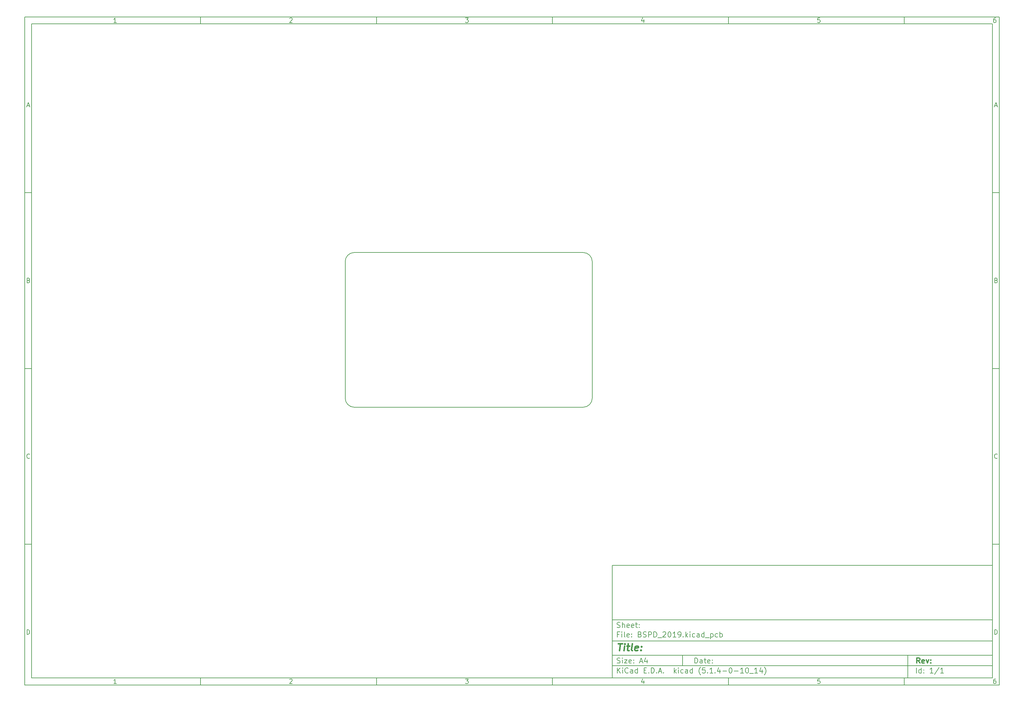
<source format=gbr>
G04 #@! TF.GenerationSoftware,KiCad,Pcbnew,(5.1.4-0-10_14)*
G04 #@! TF.CreationDate,2019-11-07T13:02:38-08:00*
G04 #@! TF.ProjectId,BSPD_2019,42535044-5f32-4303-9139-2e6b69636164,rev?*
G04 #@! TF.SameCoordinates,Original*
G04 #@! TF.FileFunction,Profile,NP*
%FSLAX46Y46*%
G04 Gerber Fmt 4.6, Leading zero omitted, Abs format (unit mm)*
G04 Created by KiCad (PCBNEW (5.1.4-0-10_14)) date 2019-11-07 13:02:38*
%MOMM*%
%LPD*%
G04 APERTURE LIST*
%ADD10C,0.100000*%
%ADD11C,0.150000*%
%ADD12C,0.300000*%
%ADD13C,0.400000*%
G04 APERTURE END LIST*
D10*
D11*
X177002200Y-166007200D02*
X177002200Y-198007200D01*
X285002200Y-198007200D01*
X285002200Y-166007200D01*
X177002200Y-166007200D01*
D10*
D11*
X10000000Y-10000000D02*
X10000000Y-200007200D01*
X287002200Y-200007200D01*
X287002200Y-10000000D01*
X10000000Y-10000000D01*
D10*
D11*
X12000000Y-12000000D02*
X12000000Y-198007200D01*
X285002200Y-198007200D01*
X285002200Y-12000000D01*
X12000000Y-12000000D01*
D10*
D11*
X60000000Y-12000000D02*
X60000000Y-10000000D01*
D10*
D11*
X110000000Y-12000000D02*
X110000000Y-10000000D01*
D10*
D11*
X160000000Y-12000000D02*
X160000000Y-10000000D01*
D10*
D11*
X210000000Y-12000000D02*
X210000000Y-10000000D01*
D10*
D11*
X260000000Y-12000000D02*
X260000000Y-10000000D01*
D10*
D11*
X36065476Y-11588095D02*
X35322619Y-11588095D01*
X35694047Y-11588095D02*
X35694047Y-10288095D01*
X35570238Y-10473809D01*
X35446428Y-10597619D01*
X35322619Y-10659523D01*
D10*
D11*
X85322619Y-10411904D02*
X85384523Y-10350000D01*
X85508333Y-10288095D01*
X85817857Y-10288095D01*
X85941666Y-10350000D01*
X86003571Y-10411904D01*
X86065476Y-10535714D01*
X86065476Y-10659523D01*
X86003571Y-10845238D01*
X85260714Y-11588095D01*
X86065476Y-11588095D01*
D10*
D11*
X135260714Y-10288095D02*
X136065476Y-10288095D01*
X135632142Y-10783333D01*
X135817857Y-10783333D01*
X135941666Y-10845238D01*
X136003571Y-10907142D01*
X136065476Y-11030952D01*
X136065476Y-11340476D01*
X136003571Y-11464285D01*
X135941666Y-11526190D01*
X135817857Y-11588095D01*
X135446428Y-11588095D01*
X135322619Y-11526190D01*
X135260714Y-11464285D01*
D10*
D11*
X185941666Y-10721428D02*
X185941666Y-11588095D01*
X185632142Y-10226190D02*
X185322619Y-11154761D01*
X186127380Y-11154761D01*
D10*
D11*
X236003571Y-10288095D02*
X235384523Y-10288095D01*
X235322619Y-10907142D01*
X235384523Y-10845238D01*
X235508333Y-10783333D01*
X235817857Y-10783333D01*
X235941666Y-10845238D01*
X236003571Y-10907142D01*
X236065476Y-11030952D01*
X236065476Y-11340476D01*
X236003571Y-11464285D01*
X235941666Y-11526190D01*
X235817857Y-11588095D01*
X235508333Y-11588095D01*
X235384523Y-11526190D01*
X235322619Y-11464285D01*
D10*
D11*
X285941666Y-10288095D02*
X285694047Y-10288095D01*
X285570238Y-10350000D01*
X285508333Y-10411904D01*
X285384523Y-10597619D01*
X285322619Y-10845238D01*
X285322619Y-11340476D01*
X285384523Y-11464285D01*
X285446428Y-11526190D01*
X285570238Y-11588095D01*
X285817857Y-11588095D01*
X285941666Y-11526190D01*
X286003571Y-11464285D01*
X286065476Y-11340476D01*
X286065476Y-11030952D01*
X286003571Y-10907142D01*
X285941666Y-10845238D01*
X285817857Y-10783333D01*
X285570238Y-10783333D01*
X285446428Y-10845238D01*
X285384523Y-10907142D01*
X285322619Y-11030952D01*
D10*
D11*
X60000000Y-198007200D02*
X60000000Y-200007200D01*
D10*
D11*
X110000000Y-198007200D02*
X110000000Y-200007200D01*
D10*
D11*
X160000000Y-198007200D02*
X160000000Y-200007200D01*
D10*
D11*
X210000000Y-198007200D02*
X210000000Y-200007200D01*
D10*
D11*
X260000000Y-198007200D02*
X260000000Y-200007200D01*
D10*
D11*
X36065476Y-199595295D02*
X35322619Y-199595295D01*
X35694047Y-199595295D02*
X35694047Y-198295295D01*
X35570238Y-198481009D01*
X35446428Y-198604819D01*
X35322619Y-198666723D01*
D10*
D11*
X85322619Y-198419104D02*
X85384523Y-198357200D01*
X85508333Y-198295295D01*
X85817857Y-198295295D01*
X85941666Y-198357200D01*
X86003571Y-198419104D01*
X86065476Y-198542914D01*
X86065476Y-198666723D01*
X86003571Y-198852438D01*
X85260714Y-199595295D01*
X86065476Y-199595295D01*
D10*
D11*
X135260714Y-198295295D02*
X136065476Y-198295295D01*
X135632142Y-198790533D01*
X135817857Y-198790533D01*
X135941666Y-198852438D01*
X136003571Y-198914342D01*
X136065476Y-199038152D01*
X136065476Y-199347676D01*
X136003571Y-199471485D01*
X135941666Y-199533390D01*
X135817857Y-199595295D01*
X135446428Y-199595295D01*
X135322619Y-199533390D01*
X135260714Y-199471485D01*
D10*
D11*
X185941666Y-198728628D02*
X185941666Y-199595295D01*
X185632142Y-198233390D02*
X185322619Y-199161961D01*
X186127380Y-199161961D01*
D10*
D11*
X236003571Y-198295295D02*
X235384523Y-198295295D01*
X235322619Y-198914342D01*
X235384523Y-198852438D01*
X235508333Y-198790533D01*
X235817857Y-198790533D01*
X235941666Y-198852438D01*
X236003571Y-198914342D01*
X236065476Y-199038152D01*
X236065476Y-199347676D01*
X236003571Y-199471485D01*
X235941666Y-199533390D01*
X235817857Y-199595295D01*
X235508333Y-199595295D01*
X235384523Y-199533390D01*
X235322619Y-199471485D01*
D10*
D11*
X285941666Y-198295295D02*
X285694047Y-198295295D01*
X285570238Y-198357200D01*
X285508333Y-198419104D01*
X285384523Y-198604819D01*
X285322619Y-198852438D01*
X285322619Y-199347676D01*
X285384523Y-199471485D01*
X285446428Y-199533390D01*
X285570238Y-199595295D01*
X285817857Y-199595295D01*
X285941666Y-199533390D01*
X286003571Y-199471485D01*
X286065476Y-199347676D01*
X286065476Y-199038152D01*
X286003571Y-198914342D01*
X285941666Y-198852438D01*
X285817857Y-198790533D01*
X285570238Y-198790533D01*
X285446428Y-198852438D01*
X285384523Y-198914342D01*
X285322619Y-199038152D01*
D10*
D11*
X10000000Y-60000000D02*
X12000000Y-60000000D01*
D10*
D11*
X10000000Y-110000000D02*
X12000000Y-110000000D01*
D10*
D11*
X10000000Y-160000000D02*
X12000000Y-160000000D01*
D10*
D11*
X10690476Y-35216666D02*
X11309523Y-35216666D01*
X10566666Y-35588095D02*
X11000000Y-34288095D01*
X11433333Y-35588095D01*
D10*
D11*
X11092857Y-84907142D02*
X11278571Y-84969047D01*
X11340476Y-85030952D01*
X11402380Y-85154761D01*
X11402380Y-85340476D01*
X11340476Y-85464285D01*
X11278571Y-85526190D01*
X11154761Y-85588095D01*
X10659523Y-85588095D01*
X10659523Y-84288095D01*
X11092857Y-84288095D01*
X11216666Y-84350000D01*
X11278571Y-84411904D01*
X11340476Y-84535714D01*
X11340476Y-84659523D01*
X11278571Y-84783333D01*
X11216666Y-84845238D01*
X11092857Y-84907142D01*
X10659523Y-84907142D01*
D10*
D11*
X11402380Y-135464285D02*
X11340476Y-135526190D01*
X11154761Y-135588095D01*
X11030952Y-135588095D01*
X10845238Y-135526190D01*
X10721428Y-135402380D01*
X10659523Y-135278571D01*
X10597619Y-135030952D01*
X10597619Y-134845238D01*
X10659523Y-134597619D01*
X10721428Y-134473809D01*
X10845238Y-134350000D01*
X11030952Y-134288095D01*
X11154761Y-134288095D01*
X11340476Y-134350000D01*
X11402380Y-134411904D01*
D10*
D11*
X10659523Y-185588095D02*
X10659523Y-184288095D01*
X10969047Y-184288095D01*
X11154761Y-184350000D01*
X11278571Y-184473809D01*
X11340476Y-184597619D01*
X11402380Y-184845238D01*
X11402380Y-185030952D01*
X11340476Y-185278571D01*
X11278571Y-185402380D01*
X11154761Y-185526190D01*
X10969047Y-185588095D01*
X10659523Y-185588095D01*
D10*
D11*
X287002200Y-60000000D02*
X285002200Y-60000000D01*
D10*
D11*
X287002200Y-110000000D02*
X285002200Y-110000000D01*
D10*
D11*
X287002200Y-160000000D02*
X285002200Y-160000000D01*
D10*
D11*
X285692676Y-35216666D02*
X286311723Y-35216666D01*
X285568866Y-35588095D02*
X286002200Y-34288095D01*
X286435533Y-35588095D01*
D10*
D11*
X286095057Y-84907142D02*
X286280771Y-84969047D01*
X286342676Y-85030952D01*
X286404580Y-85154761D01*
X286404580Y-85340476D01*
X286342676Y-85464285D01*
X286280771Y-85526190D01*
X286156961Y-85588095D01*
X285661723Y-85588095D01*
X285661723Y-84288095D01*
X286095057Y-84288095D01*
X286218866Y-84350000D01*
X286280771Y-84411904D01*
X286342676Y-84535714D01*
X286342676Y-84659523D01*
X286280771Y-84783333D01*
X286218866Y-84845238D01*
X286095057Y-84907142D01*
X285661723Y-84907142D01*
D10*
D11*
X286404580Y-135464285D02*
X286342676Y-135526190D01*
X286156961Y-135588095D01*
X286033152Y-135588095D01*
X285847438Y-135526190D01*
X285723628Y-135402380D01*
X285661723Y-135278571D01*
X285599819Y-135030952D01*
X285599819Y-134845238D01*
X285661723Y-134597619D01*
X285723628Y-134473809D01*
X285847438Y-134350000D01*
X286033152Y-134288095D01*
X286156961Y-134288095D01*
X286342676Y-134350000D01*
X286404580Y-134411904D01*
D10*
D11*
X285661723Y-185588095D02*
X285661723Y-184288095D01*
X285971247Y-184288095D01*
X286156961Y-184350000D01*
X286280771Y-184473809D01*
X286342676Y-184597619D01*
X286404580Y-184845238D01*
X286404580Y-185030952D01*
X286342676Y-185278571D01*
X286280771Y-185402380D01*
X286156961Y-185526190D01*
X285971247Y-185588095D01*
X285661723Y-185588095D01*
D10*
D11*
X200434342Y-193785771D02*
X200434342Y-192285771D01*
X200791485Y-192285771D01*
X201005771Y-192357200D01*
X201148628Y-192500057D01*
X201220057Y-192642914D01*
X201291485Y-192928628D01*
X201291485Y-193142914D01*
X201220057Y-193428628D01*
X201148628Y-193571485D01*
X201005771Y-193714342D01*
X200791485Y-193785771D01*
X200434342Y-193785771D01*
X202577200Y-193785771D02*
X202577200Y-193000057D01*
X202505771Y-192857200D01*
X202362914Y-192785771D01*
X202077200Y-192785771D01*
X201934342Y-192857200D01*
X202577200Y-193714342D02*
X202434342Y-193785771D01*
X202077200Y-193785771D01*
X201934342Y-193714342D01*
X201862914Y-193571485D01*
X201862914Y-193428628D01*
X201934342Y-193285771D01*
X202077200Y-193214342D01*
X202434342Y-193214342D01*
X202577200Y-193142914D01*
X203077200Y-192785771D02*
X203648628Y-192785771D01*
X203291485Y-192285771D02*
X203291485Y-193571485D01*
X203362914Y-193714342D01*
X203505771Y-193785771D01*
X203648628Y-193785771D01*
X204720057Y-193714342D02*
X204577200Y-193785771D01*
X204291485Y-193785771D01*
X204148628Y-193714342D01*
X204077200Y-193571485D01*
X204077200Y-193000057D01*
X204148628Y-192857200D01*
X204291485Y-192785771D01*
X204577200Y-192785771D01*
X204720057Y-192857200D01*
X204791485Y-193000057D01*
X204791485Y-193142914D01*
X204077200Y-193285771D01*
X205434342Y-193642914D02*
X205505771Y-193714342D01*
X205434342Y-193785771D01*
X205362914Y-193714342D01*
X205434342Y-193642914D01*
X205434342Y-193785771D01*
X205434342Y-192857200D02*
X205505771Y-192928628D01*
X205434342Y-193000057D01*
X205362914Y-192928628D01*
X205434342Y-192857200D01*
X205434342Y-193000057D01*
D10*
D11*
X177002200Y-194507200D02*
X285002200Y-194507200D01*
D10*
D11*
X178434342Y-196585771D02*
X178434342Y-195085771D01*
X179291485Y-196585771D02*
X178648628Y-195728628D01*
X179291485Y-195085771D02*
X178434342Y-195942914D01*
X179934342Y-196585771D02*
X179934342Y-195585771D01*
X179934342Y-195085771D02*
X179862914Y-195157200D01*
X179934342Y-195228628D01*
X180005771Y-195157200D01*
X179934342Y-195085771D01*
X179934342Y-195228628D01*
X181505771Y-196442914D02*
X181434342Y-196514342D01*
X181220057Y-196585771D01*
X181077200Y-196585771D01*
X180862914Y-196514342D01*
X180720057Y-196371485D01*
X180648628Y-196228628D01*
X180577200Y-195942914D01*
X180577200Y-195728628D01*
X180648628Y-195442914D01*
X180720057Y-195300057D01*
X180862914Y-195157200D01*
X181077200Y-195085771D01*
X181220057Y-195085771D01*
X181434342Y-195157200D01*
X181505771Y-195228628D01*
X182791485Y-196585771D02*
X182791485Y-195800057D01*
X182720057Y-195657200D01*
X182577200Y-195585771D01*
X182291485Y-195585771D01*
X182148628Y-195657200D01*
X182791485Y-196514342D02*
X182648628Y-196585771D01*
X182291485Y-196585771D01*
X182148628Y-196514342D01*
X182077200Y-196371485D01*
X182077200Y-196228628D01*
X182148628Y-196085771D01*
X182291485Y-196014342D01*
X182648628Y-196014342D01*
X182791485Y-195942914D01*
X184148628Y-196585771D02*
X184148628Y-195085771D01*
X184148628Y-196514342D02*
X184005771Y-196585771D01*
X183720057Y-196585771D01*
X183577200Y-196514342D01*
X183505771Y-196442914D01*
X183434342Y-196300057D01*
X183434342Y-195871485D01*
X183505771Y-195728628D01*
X183577200Y-195657200D01*
X183720057Y-195585771D01*
X184005771Y-195585771D01*
X184148628Y-195657200D01*
X186005771Y-195800057D02*
X186505771Y-195800057D01*
X186720057Y-196585771D02*
X186005771Y-196585771D01*
X186005771Y-195085771D01*
X186720057Y-195085771D01*
X187362914Y-196442914D02*
X187434342Y-196514342D01*
X187362914Y-196585771D01*
X187291485Y-196514342D01*
X187362914Y-196442914D01*
X187362914Y-196585771D01*
X188077200Y-196585771D02*
X188077200Y-195085771D01*
X188434342Y-195085771D01*
X188648628Y-195157200D01*
X188791485Y-195300057D01*
X188862914Y-195442914D01*
X188934342Y-195728628D01*
X188934342Y-195942914D01*
X188862914Y-196228628D01*
X188791485Y-196371485D01*
X188648628Y-196514342D01*
X188434342Y-196585771D01*
X188077200Y-196585771D01*
X189577200Y-196442914D02*
X189648628Y-196514342D01*
X189577200Y-196585771D01*
X189505771Y-196514342D01*
X189577200Y-196442914D01*
X189577200Y-196585771D01*
X190220057Y-196157200D02*
X190934342Y-196157200D01*
X190077200Y-196585771D02*
X190577200Y-195085771D01*
X191077200Y-196585771D01*
X191577200Y-196442914D02*
X191648628Y-196514342D01*
X191577200Y-196585771D01*
X191505771Y-196514342D01*
X191577200Y-196442914D01*
X191577200Y-196585771D01*
X194577200Y-196585771D02*
X194577200Y-195085771D01*
X194720057Y-196014342D02*
X195148628Y-196585771D01*
X195148628Y-195585771D02*
X194577200Y-196157200D01*
X195791485Y-196585771D02*
X195791485Y-195585771D01*
X195791485Y-195085771D02*
X195720057Y-195157200D01*
X195791485Y-195228628D01*
X195862914Y-195157200D01*
X195791485Y-195085771D01*
X195791485Y-195228628D01*
X197148628Y-196514342D02*
X197005771Y-196585771D01*
X196720057Y-196585771D01*
X196577200Y-196514342D01*
X196505771Y-196442914D01*
X196434342Y-196300057D01*
X196434342Y-195871485D01*
X196505771Y-195728628D01*
X196577200Y-195657200D01*
X196720057Y-195585771D01*
X197005771Y-195585771D01*
X197148628Y-195657200D01*
X198434342Y-196585771D02*
X198434342Y-195800057D01*
X198362914Y-195657200D01*
X198220057Y-195585771D01*
X197934342Y-195585771D01*
X197791485Y-195657200D01*
X198434342Y-196514342D02*
X198291485Y-196585771D01*
X197934342Y-196585771D01*
X197791485Y-196514342D01*
X197720057Y-196371485D01*
X197720057Y-196228628D01*
X197791485Y-196085771D01*
X197934342Y-196014342D01*
X198291485Y-196014342D01*
X198434342Y-195942914D01*
X199791485Y-196585771D02*
X199791485Y-195085771D01*
X199791485Y-196514342D02*
X199648628Y-196585771D01*
X199362914Y-196585771D01*
X199220057Y-196514342D01*
X199148628Y-196442914D01*
X199077200Y-196300057D01*
X199077200Y-195871485D01*
X199148628Y-195728628D01*
X199220057Y-195657200D01*
X199362914Y-195585771D01*
X199648628Y-195585771D01*
X199791485Y-195657200D01*
X202077200Y-197157200D02*
X202005771Y-197085771D01*
X201862914Y-196871485D01*
X201791485Y-196728628D01*
X201720057Y-196514342D01*
X201648628Y-196157200D01*
X201648628Y-195871485D01*
X201720057Y-195514342D01*
X201791485Y-195300057D01*
X201862914Y-195157200D01*
X202005771Y-194942914D01*
X202077200Y-194871485D01*
X203362914Y-195085771D02*
X202648628Y-195085771D01*
X202577200Y-195800057D01*
X202648628Y-195728628D01*
X202791485Y-195657200D01*
X203148628Y-195657200D01*
X203291485Y-195728628D01*
X203362914Y-195800057D01*
X203434342Y-195942914D01*
X203434342Y-196300057D01*
X203362914Y-196442914D01*
X203291485Y-196514342D01*
X203148628Y-196585771D01*
X202791485Y-196585771D01*
X202648628Y-196514342D01*
X202577200Y-196442914D01*
X204077200Y-196442914D02*
X204148628Y-196514342D01*
X204077200Y-196585771D01*
X204005771Y-196514342D01*
X204077200Y-196442914D01*
X204077200Y-196585771D01*
X205577200Y-196585771D02*
X204720057Y-196585771D01*
X205148628Y-196585771D02*
X205148628Y-195085771D01*
X205005771Y-195300057D01*
X204862914Y-195442914D01*
X204720057Y-195514342D01*
X206220057Y-196442914D02*
X206291485Y-196514342D01*
X206220057Y-196585771D01*
X206148628Y-196514342D01*
X206220057Y-196442914D01*
X206220057Y-196585771D01*
X207577200Y-195585771D02*
X207577200Y-196585771D01*
X207220057Y-195014342D02*
X206862914Y-196085771D01*
X207791485Y-196085771D01*
X208362914Y-196014342D02*
X209505771Y-196014342D01*
X210505771Y-195085771D02*
X210648628Y-195085771D01*
X210791485Y-195157200D01*
X210862914Y-195228628D01*
X210934342Y-195371485D01*
X211005771Y-195657200D01*
X211005771Y-196014342D01*
X210934342Y-196300057D01*
X210862914Y-196442914D01*
X210791485Y-196514342D01*
X210648628Y-196585771D01*
X210505771Y-196585771D01*
X210362914Y-196514342D01*
X210291485Y-196442914D01*
X210220057Y-196300057D01*
X210148628Y-196014342D01*
X210148628Y-195657200D01*
X210220057Y-195371485D01*
X210291485Y-195228628D01*
X210362914Y-195157200D01*
X210505771Y-195085771D01*
X211648628Y-196014342D02*
X212791485Y-196014342D01*
X214291485Y-196585771D02*
X213434342Y-196585771D01*
X213862914Y-196585771D02*
X213862914Y-195085771D01*
X213720057Y-195300057D01*
X213577200Y-195442914D01*
X213434342Y-195514342D01*
X215220057Y-195085771D02*
X215362914Y-195085771D01*
X215505771Y-195157200D01*
X215577200Y-195228628D01*
X215648628Y-195371485D01*
X215720057Y-195657200D01*
X215720057Y-196014342D01*
X215648628Y-196300057D01*
X215577200Y-196442914D01*
X215505771Y-196514342D01*
X215362914Y-196585771D01*
X215220057Y-196585771D01*
X215077200Y-196514342D01*
X215005771Y-196442914D01*
X214934342Y-196300057D01*
X214862914Y-196014342D01*
X214862914Y-195657200D01*
X214934342Y-195371485D01*
X215005771Y-195228628D01*
X215077200Y-195157200D01*
X215220057Y-195085771D01*
X216005771Y-196728628D02*
X217148628Y-196728628D01*
X218291485Y-196585771D02*
X217434342Y-196585771D01*
X217862914Y-196585771D02*
X217862914Y-195085771D01*
X217720057Y-195300057D01*
X217577200Y-195442914D01*
X217434342Y-195514342D01*
X219577200Y-195585771D02*
X219577200Y-196585771D01*
X219220057Y-195014342D02*
X218862914Y-196085771D01*
X219791485Y-196085771D01*
X220220057Y-197157200D02*
X220291485Y-197085771D01*
X220434342Y-196871485D01*
X220505771Y-196728628D01*
X220577200Y-196514342D01*
X220648628Y-196157200D01*
X220648628Y-195871485D01*
X220577200Y-195514342D01*
X220505771Y-195300057D01*
X220434342Y-195157200D01*
X220291485Y-194942914D01*
X220220057Y-194871485D01*
D10*
D11*
X177002200Y-191507200D02*
X285002200Y-191507200D01*
D10*
D12*
X264411485Y-193785771D02*
X263911485Y-193071485D01*
X263554342Y-193785771D02*
X263554342Y-192285771D01*
X264125771Y-192285771D01*
X264268628Y-192357200D01*
X264340057Y-192428628D01*
X264411485Y-192571485D01*
X264411485Y-192785771D01*
X264340057Y-192928628D01*
X264268628Y-193000057D01*
X264125771Y-193071485D01*
X263554342Y-193071485D01*
X265625771Y-193714342D02*
X265482914Y-193785771D01*
X265197200Y-193785771D01*
X265054342Y-193714342D01*
X264982914Y-193571485D01*
X264982914Y-193000057D01*
X265054342Y-192857200D01*
X265197200Y-192785771D01*
X265482914Y-192785771D01*
X265625771Y-192857200D01*
X265697200Y-193000057D01*
X265697200Y-193142914D01*
X264982914Y-193285771D01*
X266197200Y-192785771D02*
X266554342Y-193785771D01*
X266911485Y-192785771D01*
X267482914Y-193642914D02*
X267554342Y-193714342D01*
X267482914Y-193785771D01*
X267411485Y-193714342D01*
X267482914Y-193642914D01*
X267482914Y-193785771D01*
X267482914Y-192857200D02*
X267554342Y-192928628D01*
X267482914Y-193000057D01*
X267411485Y-192928628D01*
X267482914Y-192857200D01*
X267482914Y-193000057D01*
D10*
D11*
X178362914Y-193714342D02*
X178577200Y-193785771D01*
X178934342Y-193785771D01*
X179077200Y-193714342D01*
X179148628Y-193642914D01*
X179220057Y-193500057D01*
X179220057Y-193357200D01*
X179148628Y-193214342D01*
X179077200Y-193142914D01*
X178934342Y-193071485D01*
X178648628Y-193000057D01*
X178505771Y-192928628D01*
X178434342Y-192857200D01*
X178362914Y-192714342D01*
X178362914Y-192571485D01*
X178434342Y-192428628D01*
X178505771Y-192357200D01*
X178648628Y-192285771D01*
X179005771Y-192285771D01*
X179220057Y-192357200D01*
X179862914Y-193785771D02*
X179862914Y-192785771D01*
X179862914Y-192285771D02*
X179791485Y-192357200D01*
X179862914Y-192428628D01*
X179934342Y-192357200D01*
X179862914Y-192285771D01*
X179862914Y-192428628D01*
X180434342Y-192785771D02*
X181220057Y-192785771D01*
X180434342Y-193785771D01*
X181220057Y-193785771D01*
X182362914Y-193714342D02*
X182220057Y-193785771D01*
X181934342Y-193785771D01*
X181791485Y-193714342D01*
X181720057Y-193571485D01*
X181720057Y-193000057D01*
X181791485Y-192857200D01*
X181934342Y-192785771D01*
X182220057Y-192785771D01*
X182362914Y-192857200D01*
X182434342Y-193000057D01*
X182434342Y-193142914D01*
X181720057Y-193285771D01*
X183077200Y-193642914D02*
X183148628Y-193714342D01*
X183077200Y-193785771D01*
X183005771Y-193714342D01*
X183077200Y-193642914D01*
X183077200Y-193785771D01*
X183077200Y-192857200D02*
X183148628Y-192928628D01*
X183077200Y-193000057D01*
X183005771Y-192928628D01*
X183077200Y-192857200D01*
X183077200Y-193000057D01*
X184862914Y-193357200D02*
X185577200Y-193357200D01*
X184720057Y-193785771D02*
X185220057Y-192285771D01*
X185720057Y-193785771D01*
X186862914Y-192785771D02*
X186862914Y-193785771D01*
X186505771Y-192214342D02*
X186148628Y-193285771D01*
X187077200Y-193285771D01*
D10*
D11*
X263434342Y-196585771D02*
X263434342Y-195085771D01*
X264791485Y-196585771D02*
X264791485Y-195085771D01*
X264791485Y-196514342D02*
X264648628Y-196585771D01*
X264362914Y-196585771D01*
X264220057Y-196514342D01*
X264148628Y-196442914D01*
X264077200Y-196300057D01*
X264077200Y-195871485D01*
X264148628Y-195728628D01*
X264220057Y-195657200D01*
X264362914Y-195585771D01*
X264648628Y-195585771D01*
X264791485Y-195657200D01*
X265505771Y-196442914D02*
X265577200Y-196514342D01*
X265505771Y-196585771D01*
X265434342Y-196514342D01*
X265505771Y-196442914D01*
X265505771Y-196585771D01*
X265505771Y-195657200D02*
X265577200Y-195728628D01*
X265505771Y-195800057D01*
X265434342Y-195728628D01*
X265505771Y-195657200D01*
X265505771Y-195800057D01*
X268148628Y-196585771D02*
X267291485Y-196585771D01*
X267720057Y-196585771D02*
X267720057Y-195085771D01*
X267577200Y-195300057D01*
X267434342Y-195442914D01*
X267291485Y-195514342D01*
X269862914Y-195014342D02*
X268577200Y-196942914D01*
X271148628Y-196585771D02*
X270291485Y-196585771D01*
X270720057Y-196585771D02*
X270720057Y-195085771D01*
X270577200Y-195300057D01*
X270434342Y-195442914D01*
X270291485Y-195514342D01*
D10*
D11*
X177002200Y-187507200D02*
X285002200Y-187507200D01*
D10*
D13*
X178714580Y-188211961D02*
X179857438Y-188211961D01*
X179036009Y-190211961D02*
X179286009Y-188211961D01*
X180274104Y-190211961D02*
X180440771Y-188878628D01*
X180524104Y-188211961D02*
X180416961Y-188307200D01*
X180500295Y-188402438D01*
X180607438Y-188307200D01*
X180524104Y-188211961D01*
X180500295Y-188402438D01*
X181107438Y-188878628D02*
X181869342Y-188878628D01*
X181476485Y-188211961D02*
X181262200Y-189926247D01*
X181333628Y-190116723D01*
X181512200Y-190211961D01*
X181702676Y-190211961D01*
X182655057Y-190211961D02*
X182476485Y-190116723D01*
X182405057Y-189926247D01*
X182619342Y-188211961D01*
X184190771Y-190116723D02*
X183988390Y-190211961D01*
X183607438Y-190211961D01*
X183428866Y-190116723D01*
X183357438Y-189926247D01*
X183452676Y-189164342D01*
X183571723Y-188973866D01*
X183774104Y-188878628D01*
X184155057Y-188878628D01*
X184333628Y-188973866D01*
X184405057Y-189164342D01*
X184381247Y-189354819D01*
X183405057Y-189545295D01*
X185155057Y-190021485D02*
X185238390Y-190116723D01*
X185131247Y-190211961D01*
X185047914Y-190116723D01*
X185155057Y-190021485D01*
X185131247Y-190211961D01*
X185286009Y-188973866D02*
X185369342Y-189069104D01*
X185262200Y-189164342D01*
X185178866Y-189069104D01*
X185286009Y-188973866D01*
X185262200Y-189164342D01*
D10*
D11*
X178934342Y-185600057D02*
X178434342Y-185600057D01*
X178434342Y-186385771D02*
X178434342Y-184885771D01*
X179148628Y-184885771D01*
X179720057Y-186385771D02*
X179720057Y-185385771D01*
X179720057Y-184885771D02*
X179648628Y-184957200D01*
X179720057Y-185028628D01*
X179791485Y-184957200D01*
X179720057Y-184885771D01*
X179720057Y-185028628D01*
X180648628Y-186385771D02*
X180505771Y-186314342D01*
X180434342Y-186171485D01*
X180434342Y-184885771D01*
X181791485Y-186314342D02*
X181648628Y-186385771D01*
X181362914Y-186385771D01*
X181220057Y-186314342D01*
X181148628Y-186171485D01*
X181148628Y-185600057D01*
X181220057Y-185457200D01*
X181362914Y-185385771D01*
X181648628Y-185385771D01*
X181791485Y-185457200D01*
X181862914Y-185600057D01*
X181862914Y-185742914D01*
X181148628Y-185885771D01*
X182505771Y-186242914D02*
X182577200Y-186314342D01*
X182505771Y-186385771D01*
X182434342Y-186314342D01*
X182505771Y-186242914D01*
X182505771Y-186385771D01*
X182505771Y-185457200D02*
X182577200Y-185528628D01*
X182505771Y-185600057D01*
X182434342Y-185528628D01*
X182505771Y-185457200D01*
X182505771Y-185600057D01*
X184862914Y-185600057D02*
X185077200Y-185671485D01*
X185148628Y-185742914D01*
X185220057Y-185885771D01*
X185220057Y-186100057D01*
X185148628Y-186242914D01*
X185077200Y-186314342D01*
X184934342Y-186385771D01*
X184362914Y-186385771D01*
X184362914Y-184885771D01*
X184862914Y-184885771D01*
X185005771Y-184957200D01*
X185077200Y-185028628D01*
X185148628Y-185171485D01*
X185148628Y-185314342D01*
X185077200Y-185457200D01*
X185005771Y-185528628D01*
X184862914Y-185600057D01*
X184362914Y-185600057D01*
X185791485Y-186314342D02*
X186005771Y-186385771D01*
X186362914Y-186385771D01*
X186505771Y-186314342D01*
X186577200Y-186242914D01*
X186648628Y-186100057D01*
X186648628Y-185957200D01*
X186577200Y-185814342D01*
X186505771Y-185742914D01*
X186362914Y-185671485D01*
X186077200Y-185600057D01*
X185934342Y-185528628D01*
X185862914Y-185457200D01*
X185791485Y-185314342D01*
X185791485Y-185171485D01*
X185862914Y-185028628D01*
X185934342Y-184957200D01*
X186077200Y-184885771D01*
X186434342Y-184885771D01*
X186648628Y-184957200D01*
X187291485Y-186385771D02*
X187291485Y-184885771D01*
X187862914Y-184885771D01*
X188005771Y-184957200D01*
X188077200Y-185028628D01*
X188148628Y-185171485D01*
X188148628Y-185385771D01*
X188077200Y-185528628D01*
X188005771Y-185600057D01*
X187862914Y-185671485D01*
X187291485Y-185671485D01*
X188791485Y-186385771D02*
X188791485Y-184885771D01*
X189148628Y-184885771D01*
X189362914Y-184957200D01*
X189505771Y-185100057D01*
X189577200Y-185242914D01*
X189648628Y-185528628D01*
X189648628Y-185742914D01*
X189577200Y-186028628D01*
X189505771Y-186171485D01*
X189362914Y-186314342D01*
X189148628Y-186385771D01*
X188791485Y-186385771D01*
X189934342Y-186528628D02*
X191077200Y-186528628D01*
X191362914Y-185028628D02*
X191434342Y-184957200D01*
X191577200Y-184885771D01*
X191934342Y-184885771D01*
X192077200Y-184957200D01*
X192148628Y-185028628D01*
X192220057Y-185171485D01*
X192220057Y-185314342D01*
X192148628Y-185528628D01*
X191291485Y-186385771D01*
X192220057Y-186385771D01*
X193148628Y-184885771D02*
X193291485Y-184885771D01*
X193434342Y-184957200D01*
X193505771Y-185028628D01*
X193577200Y-185171485D01*
X193648628Y-185457200D01*
X193648628Y-185814342D01*
X193577200Y-186100057D01*
X193505771Y-186242914D01*
X193434342Y-186314342D01*
X193291485Y-186385771D01*
X193148628Y-186385771D01*
X193005771Y-186314342D01*
X192934342Y-186242914D01*
X192862914Y-186100057D01*
X192791485Y-185814342D01*
X192791485Y-185457200D01*
X192862914Y-185171485D01*
X192934342Y-185028628D01*
X193005771Y-184957200D01*
X193148628Y-184885771D01*
X195077200Y-186385771D02*
X194220057Y-186385771D01*
X194648628Y-186385771D02*
X194648628Y-184885771D01*
X194505771Y-185100057D01*
X194362914Y-185242914D01*
X194220057Y-185314342D01*
X195791485Y-186385771D02*
X196077200Y-186385771D01*
X196220057Y-186314342D01*
X196291485Y-186242914D01*
X196434342Y-186028628D01*
X196505771Y-185742914D01*
X196505771Y-185171485D01*
X196434342Y-185028628D01*
X196362914Y-184957200D01*
X196220057Y-184885771D01*
X195934342Y-184885771D01*
X195791485Y-184957200D01*
X195720057Y-185028628D01*
X195648628Y-185171485D01*
X195648628Y-185528628D01*
X195720057Y-185671485D01*
X195791485Y-185742914D01*
X195934342Y-185814342D01*
X196220057Y-185814342D01*
X196362914Y-185742914D01*
X196434342Y-185671485D01*
X196505771Y-185528628D01*
X197148628Y-186242914D02*
X197220057Y-186314342D01*
X197148628Y-186385771D01*
X197077200Y-186314342D01*
X197148628Y-186242914D01*
X197148628Y-186385771D01*
X197862914Y-186385771D02*
X197862914Y-184885771D01*
X198005771Y-185814342D02*
X198434342Y-186385771D01*
X198434342Y-185385771D02*
X197862914Y-185957200D01*
X199077200Y-186385771D02*
X199077200Y-185385771D01*
X199077200Y-184885771D02*
X199005771Y-184957200D01*
X199077200Y-185028628D01*
X199148628Y-184957200D01*
X199077200Y-184885771D01*
X199077200Y-185028628D01*
X200434342Y-186314342D02*
X200291485Y-186385771D01*
X200005771Y-186385771D01*
X199862914Y-186314342D01*
X199791485Y-186242914D01*
X199720057Y-186100057D01*
X199720057Y-185671485D01*
X199791485Y-185528628D01*
X199862914Y-185457200D01*
X200005771Y-185385771D01*
X200291485Y-185385771D01*
X200434342Y-185457200D01*
X201720057Y-186385771D02*
X201720057Y-185600057D01*
X201648628Y-185457200D01*
X201505771Y-185385771D01*
X201220057Y-185385771D01*
X201077200Y-185457200D01*
X201720057Y-186314342D02*
X201577200Y-186385771D01*
X201220057Y-186385771D01*
X201077200Y-186314342D01*
X201005771Y-186171485D01*
X201005771Y-186028628D01*
X201077200Y-185885771D01*
X201220057Y-185814342D01*
X201577200Y-185814342D01*
X201720057Y-185742914D01*
X203077200Y-186385771D02*
X203077200Y-184885771D01*
X203077200Y-186314342D02*
X202934342Y-186385771D01*
X202648628Y-186385771D01*
X202505771Y-186314342D01*
X202434342Y-186242914D01*
X202362914Y-186100057D01*
X202362914Y-185671485D01*
X202434342Y-185528628D01*
X202505771Y-185457200D01*
X202648628Y-185385771D01*
X202934342Y-185385771D01*
X203077200Y-185457200D01*
X203434342Y-186528628D02*
X204577200Y-186528628D01*
X204934342Y-185385771D02*
X204934342Y-186885771D01*
X204934342Y-185457200D02*
X205077200Y-185385771D01*
X205362914Y-185385771D01*
X205505771Y-185457200D01*
X205577200Y-185528628D01*
X205648628Y-185671485D01*
X205648628Y-186100057D01*
X205577200Y-186242914D01*
X205505771Y-186314342D01*
X205362914Y-186385771D01*
X205077200Y-186385771D01*
X204934342Y-186314342D01*
X206934342Y-186314342D02*
X206791485Y-186385771D01*
X206505771Y-186385771D01*
X206362914Y-186314342D01*
X206291485Y-186242914D01*
X206220057Y-186100057D01*
X206220057Y-185671485D01*
X206291485Y-185528628D01*
X206362914Y-185457200D01*
X206505771Y-185385771D01*
X206791485Y-185385771D01*
X206934342Y-185457200D01*
X207577200Y-186385771D02*
X207577200Y-184885771D01*
X207577200Y-185457200D02*
X207720057Y-185385771D01*
X208005771Y-185385771D01*
X208148628Y-185457200D01*
X208220057Y-185528628D01*
X208291485Y-185671485D01*
X208291485Y-186100057D01*
X208220057Y-186242914D01*
X208148628Y-186314342D01*
X208005771Y-186385771D01*
X207720057Y-186385771D01*
X207577200Y-186314342D01*
D10*
D11*
X177002200Y-181507200D02*
X285002200Y-181507200D01*
D10*
D11*
X178362914Y-183614342D02*
X178577200Y-183685771D01*
X178934342Y-183685771D01*
X179077200Y-183614342D01*
X179148628Y-183542914D01*
X179220057Y-183400057D01*
X179220057Y-183257200D01*
X179148628Y-183114342D01*
X179077200Y-183042914D01*
X178934342Y-182971485D01*
X178648628Y-182900057D01*
X178505771Y-182828628D01*
X178434342Y-182757200D01*
X178362914Y-182614342D01*
X178362914Y-182471485D01*
X178434342Y-182328628D01*
X178505771Y-182257200D01*
X178648628Y-182185771D01*
X179005771Y-182185771D01*
X179220057Y-182257200D01*
X179862914Y-183685771D02*
X179862914Y-182185771D01*
X180505771Y-183685771D02*
X180505771Y-182900057D01*
X180434342Y-182757200D01*
X180291485Y-182685771D01*
X180077200Y-182685771D01*
X179934342Y-182757200D01*
X179862914Y-182828628D01*
X181791485Y-183614342D02*
X181648628Y-183685771D01*
X181362914Y-183685771D01*
X181220057Y-183614342D01*
X181148628Y-183471485D01*
X181148628Y-182900057D01*
X181220057Y-182757200D01*
X181362914Y-182685771D01*
X181648628Y-182685771D01*
X181791485Y-182757200D01*
X181862914Y-182900057D01*
X181862914Y-183042914D01*
X181148628Y-183185771D01*
X183077200Y-183614342D02*
X182934342Y-183685771D01*
X182648628Y-183685771D01*
X182505771Y-183614342D01*
X182434342Y-183471485D01*
X182434342Y-182900057D01*
X182505771Y-182757200D01*
X182648628Y-182685771D01*
X182934342Y-182685771D01*
X183077200Y-182757200D01*
X183148628Y-182900057D01*
X183148628Y-183042914D01*
X182434342Y-183185771D01*
X183577200Y-182685771D02*
X184148628Y-182685771D01*
X183791485Y-182185771D02*
X183791485Y-183471485D01*
X183862914Y-183614342D01*
X184005771Y-183685771D01*
X184148628Y-183685771D01*
X184648628Y-183542914D02*
X184720057Y-183614342D01*
X184648628Y-183685771D01*
X184577200Y-183614342D01*
X184648628Y-183542914D01*
X184648628Y-183685771D01*
X184648628Y-182757200D02*
X184720057Y-182828628D01*
X184648628Y-182900057D01*
X184577200Y-182828628D01*
X184648628Y-182757200D01*
X184648628Y-182900057D01*
D10*
D11*
X197002200Y-191507200D02*
X197002200Y-194507200D01*
D10*
D11*
X261002200Y-191507200D02*
X261002200Y-198007200D01*
X103670100Y-121005600D02*
G75*
G02X101092000Y-118427500I0J2578100D01*
G01*
X101091718Y-79578200D02*
G75*
G02X103632000Y-77000100I2578382J0D01*
G01*
X168719500Y-77000100D02*
G75*
G02X171297600Y-79578200I0J-2578100D01*
G01*
X171297600Y-118427500D02*
G75*
G02X168719500Y-121005600I-2578100J0D01*
G01*
X168719500Y-121005600D02*
X103670100Y-121005600D01*
X171297600Y-79578200D02*
X171297600Y-118427500D01*
X103632000Y-77000100D02*
X168719500Y-77000100D01*
X101092000Y-79578200D02*
X101092000Y-118427500D01*
M02*

</source>
